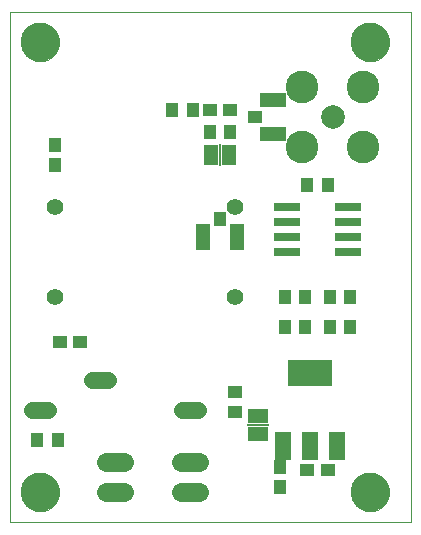
<source format=gts>
G75*
G70*
%OFA0B0*%
%FSLAX24Y24*%
%IPPOS*%
%LPD*%
%AMOC8*
5,1,8,0,0,1.08239X$1,22.5*
%
%ADD10C,0.0000*%
%ADD11C,0.1300*%
%ADD12C,0.0560*%
%ADD13R,0.0434X0.0473*%
%ADD14C,0.0560*%
%ADD15R,0.0473X0.0434*%
%ADD16C,0.0790*%
%ADD17C,0.1090*%
%ADD18C,0.0640*%
%ADD19R,0.0670X0.0500*%
%ADD20R,0.0720X0.0060*%
%ADD21R,0.0906X0.0276*%
%ADD22R,0.0500X0.0670*%
%ADD23R,0.0060X0.0720*%
%ADD24R,0.0520X0.0920*%
%ADD25R,0.1457X0.0906*%
%ADD26R,0.0453X0.0434*%
%ADD27R,0.0906X0.0453*%
%ADD28R,0.0434X0.0453*%
%ADD29R,0.0453X0.0906*%
D10*
X000600Y000100D02*
X000600Y017096D01*
X013970Y017096D01*
X013970Y000100D01*
X000600Y000100D01*
X000970Y001100D02*
X000972Y001150D01*
X000978Y001200D01*
X000988Y001249D01*
X001002Y001297D01*
X001019Y001344D01*
X001040Y001389D01*
X001065Y001433D01*
X001093Y001474D01*
X001125Y001513D01*
X001159Y001550D01*
X001196Y001584D01*
X001236Y001614D01*
X001278Y001641D01*
X001322Y001665D01*
X001368Y001686D01*
X001415Y001702D01*
X001463Y001715D01*
X001513Y001724D01*
X001562Y001729D01*
X001613Y001730D01*
X001663Y001727D01*
X001712Y001720D01*
X001761Y001709D01*
X001809Y001694D01*
X001855Y001676D01*
X001900Y001654D01*
X001943Y001628D01*
X001984Y001599D01*
X002023Y001567D01*
X002059Y001532D01*
X002091Y001494D01*
X002121Y001454D01*
X002148Y001411D01*
X002171Y001367D01*
X002190Y001321D01*
X002206Y001273D01*
X002218Y001224D01*
X002226Y001175D01*
X002230Y001125D01*
X002230Y001075D01*
X002226Y001025D01*
X002218Y000976D01*
X002206Y000927D01*
X002190Y000879D01*
X002171Y000833D01*
X002148Y000789D01*
X002121Y000746D01*
X002091Y000706D01*
X002059Y000668D01*
X002023Y000633D01*
X001984Y000601D01*
X001943Y000572D01*
X001900Y000546D01*
X001855Y000524D01*
X001809Y000506D01*
X001761Y000491D01*
X001712Y000480D01*
X001663Y000473D01*
X001613Y000470D01*
X001562Y000471D01*
X001513Y000476D01*
X001463Y000485D01*
X001415Y000498D01*
X001368Y000514D01*
X001322Y000535D01*
X001278Y000559D01*
X001236Y000586D01*
X001196Y000616D01*
X001159Y000650D01*
X001125Y000687D01*
X001093Y000726D01*
X001065Y000767D01*
X001040Y000811D01*
X001019Y000856D01*
X001002Y000903D01*
X000988Y000951D01*
X000978Y001000D01*
X000972Y001050D01*
X000970Y001100D01*
X011970Y001100D02*
X011972Y001150D01*
X011978Y001200D01*
X011988Y001249D01*
X012002Y001297D01*
X012019Y001344D01*
X012040Y001389D01*
X012065Y001433D01*
X012093Y001474D01*
X012125Y001513D01*
X012159Y001550D01*
X012196Y001584D01*
X012236Y001614D01*
X012278Y001641D01*
X012322Y001665D01*
X012368Y001686D01*
X012415Y001702D01*
X012463Y001715D01*
X012513Y001724D01*
X012562Y001729D01*
X012613Y001730D01*
X012663Y001727D01*
X012712Y001720D01*
X012761Y001709D01*
X012809Y001694D01*
X012855Y001676D01*
X012900Y001654D01*
X012943Y001628D01*
X012984Y001599D01*
X013023Y001567D01*
X013059Y001532D01*
X013091Y001494D01*
X013121Y001454D01*
X013148Y001411D01*
X013171Y001367D01*
X013190Y001321D01*
X013206Y001273D01*
X013218Y001224D01*
X013226Y001175D01*
X013230Y001125D01*
X013230Y001075D01*
X013226Y001025D01*
X013218Y000976D01*
X013206Y000927D01*
X013190Y000879D01*
X013171Y000833D01*
X013148Y000789D01*
X013121Y000746D01*
X013091Y000706D01*
X013059Y000668D01*
X013023Y000633D01*
X012984Y000601D01*
X012943Y000572D01*
X012900Y000546D01*
X012855Y000524D01*
X012809Y000506D01*
X012761Y000491D01*
X012712Y000480D01*
X012663Y000473D01*
X012613Y000470D01*
X012562Y000471D01*
X012513Y000476D01*
X012463Y000485D01*
X012415Y000498D01*
X012368Y000514D01*
X012322Y000535D01*
X012278Y000559D01*
X012236Y000586D01*
X012196Y000616D01*
X012159Y000650D01*
X012125Y000687D01*
X012093Y000726D01*
X012065Y000767D01*
X012040Y000811D01*
X012019Y000856D01*
X012002Y000903D01*
X011988Y000951D01*
X011978Y001000D01*
X011972Y001050D01*
X011970Y001100D01*
X011970Y016100D02*
X011972Y016150D01*
X011978Y016200D01*
X011988Y016249D01*
X012002Y016297D01*
X012019Y016344D01*
X012040Y016389D01*
X012065Y016433D01*
X012093Y016474D01*
X012125Y016513D01*
X012159Y016550D01*
X012196Y016584D01*
X012236Y016614D01*
X012278Y016641D01*
X012322Y016665D01*
X012368Y016686D01*
X012415Y016702D01*
X012463Y016715D01*
X012513Y016724D01*
X012562Y016729D01*
X012613Y016730D01*
X012663Y016727D01*
X012712Y016720D01*
X012761Y016709D01*
X012809Y016694D01*
X012855Y016676D01*
X012900Y016654D01*
X012943Y016628D01*
X012984Y016599D01*
X013023Y016567D01*
X013059Y016532D01*
X013091Y016494D01*
X013121Y016454D01*
X013148Y016411D01*
X013171Y016367D01*
X013190Y016321D01*
X013206Y016273D01*
X013218Y016224D01*
X013226Y016175D01*
X013230Y016125D01*
X013230Y016075D01*
X013226Y016025D01*
X013218Y015976D01*
X013206Y015927D01*
X013190Y015879D01*
X013171Y015833D01*
X013148Y015789D01*
X013121Y015746D01*
X013091Y015706D01*
X013059Y015668D01*
X013023Y015633D01*
X012984Y015601D01*
X012943Y015572D01*
X012900Y015546D01*
X012855Y015524D01*
X012809Y015506D01*
X012761Y015491D01*
X012712Y015480D01*
X012663Y015473D01*
X012613Y015470D01*
X012562Y015471D01*
X012513Y015476D01*
X012463Y015485D01*
X012415Y015498D01*
X012368Y015514D01*
X012322Y015535D01*
X012278Y015559D01*
X012236Y015586D01*
X012196Y015616D01*
X012159Y015650D01*
X012125Y015687D01*
X012093Y015726D01*
X012065Y015767D01*
X012040Y015811D01*
X012019Y015856D01*
X012002Y015903D01*
X011988Y015951D01*
X011978Y016000D01*
X011972Y016050D01*
X011970Y016100D01*
X000970Y016100D02*
X000972Y016150D01*
X000978Y016200D01*
X000988Y016249D01*
X001002Y016297D01*
X001019Y016344D01*
X001040Y016389D01*
X001065Y016433D01*
X001093Y016474D01*
X001125Y016513D01*
X001159Y016550D01*
X001196Y016584D01*
X001236Y016614D01*
X001278Y016641D01*
X001322Y016665D01*
X001368Y016686D01*
X001415Y016702D01*
X001463Y016715D01*
X001513Y016724D01*
X001562Y016729D01*
X001613Y016730D01*
X001663Y016727D01*
X001712Y016720D01*
X001761Y016709D01*
X001809Y016694D01*
X001855Y016676D01*
X001900Y016654D01*
X001943Y016628D01*
X001984Y016599D01*
X002023Y016567D01*
X002059Y016532D01*
X002091Y016494D01*
X002121Y016454D01*
X002148Y016411D01*
X002171Y016367D01*
X002190Y016321D01*
X002206Y016273D01*
X002218Y016224D01*
X002226Y016175D01*
X002230Y016125D01*
X002230Y016075D01*
X002226Y016025D01*
X002218Y015976D01*
X002206Y015927D01*
X002190Y015879D01*
X002171Y015833D01*
X002148Y015789D01*
X002121Y015746D01*
X002091Y015706D01*
X002059Y015668D01*
X002023Y015633D01*
X001984Y015601D01*
X001943Y015572D01*
X001900Y015546D01*
X001855Y015524D01*
X001809Y015506D01*
X001761Y015491D01*
X001712Y015480D01*
X001663Y015473D01*
X001613Y015470D01*
X001562Y015471D01*
X001513Y015476D01*
X001463Y015485D01*
X001415Y015498D01*
X001368Y015514D01*
X001322Y015535D01*
X001278Y015559D01*
X001236Y015586D01*
X001196Y015616D01*
X001159Y015650D01*
X001125Y015687D01*
X001093Y015726D01*
X001065Y015767D01*
X001040Y015811D01*
X001019Y015856D01*
X001002Y015903D01*
X000988Y015951D01*
X000978Y016000D01*
X000972Y016050D01*
X000970Y016100D01*
D11*
X001600Y016100D03*
X012600Y016100D03*
X012600Y001100D03*
X001600Y001100D03*
D12*
X002100Y007600D03*
X002100Y010600D03*
X008100Y010600D03*
X008100Y007600D03*
D13*
X009765Y007600D03*
X010435Y007600D03*
X011265Y007600D03*
X011935Y007600D03*
X011935Y006600D03*
X011265Y006600D03*
X010435Y006600D03*
X009765Y006600D03*
X009600Y001935D03*
X009600Y001265D03*
X002185Y002850D03*
X001515Y002850D03*
X002100Y012015D03*
X002100Y012685D03*
X006015Y013850D03*
X006685Y013850D03*
X007265Y013100D03*
X007935Y013100D03*
X010515Y011350D03*
X011185Y011350D03*
D14*
X006860Y003850D02*
X006340Y003850D01*
X003860Y004850D02*
X003340Y004850D01*
X001860Y003850D02*
X001340Y003850D01*
D15*
X002265Y006100D03*
X002935Y006100D03*
X008100Y004435D03*
X008100Y003765D03*
X010515Y001850D03*
X011185Y001850D03*
X007935Y013850D03*
X007265Y013850D03*
D16*
X011350Y013600D03*
D17*
X010346Y012596D03*
X010346Y014604D03*
X012354Y014604D03*
X012354Y012596D03*
D18*
X006900Y002100D02*
X006300Y002100D01*
X006300Y001100D02*
X006900Y001100D01*
X004400Y001100D02*
X003800Y001100D01*
X003800Y002100D02*
X004400Y002100D01*
D19*
X008850Y003050D03*
X008850Y003650D03*
D20*
X008850Y003350D03*
D21*
X009826Y009100D03*
X009826Y009600D03*
X009826Y010100D03*
X009826Y010600D03*
X011874Y010600D03*
X011874Y010100D03*
X011874Y009600D03*
X011874Y009100D03*
D22*
X007900Y012350D03*
X007300Y012350D03*
D23*
X007600Y012350D03*
D24*
X009690Y002630D03*
X010600Y002630D03*
X011510Y002630D03*
D25*
X010600Y005070D03*
D26*
X008758Y013600D03*
D27*
X009350Y013028D03*
X009350Y014172D03*
D28*
X007600Y010192D03*
D29*
X007028Y009600D03*
X008172Y009600D03*
M02*

</source>
